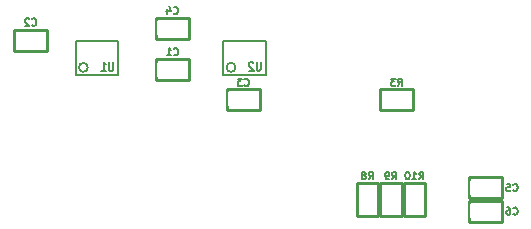
<source format=gbo>
%FSLAX46Y46*%
G04 Gerber Fmt 4.6, Leading zero omitted, Abs format (unit mm)*
G04 Created by KiCad (PCBNEW (2014-09-02 BZR 5112)-product) date 2015-04-11 10:31:41 PM*
%MOMM*%
G01*
G04 APERTURE LIST*
%ADD10C,0.100000*%
%ADD11C,0.254000*%
%ADD12C,0.200000*%
%ADD13C,0.152400*%
%ADD14C,0.158750*%
%ADD15R,1.574800X2.286000*%
%ADD16O,1.574800X2.286000*%
%ADD17R,0.812800X1.143000*%
%ADD18R,1.143000X0.812800*%
%ADD19R,1.300480X0.299720*%
%ADD20O,2.800000X3.500000*%
%ADD21C,1.750000*%
%ADD22O,3.500000X5.000000*%
%ADD23O,2.000000X3.500000*%
%ADD24O,3.500000X3.500000*%
G04 APERTURE END LIST*
D10*
D11*
X108100000Y-43100000D02*
X110900000Y-43100000D01*
X110900000Y-43100000D02*
X110900000Y-44900000D01*
X110900000Y-44900000D02*
X108100000Y-44900000D01*
X108100000Y-44900000D02*
X108100000Y-43100000D01*
X96100000Y-40600000D02*
X98900000Y-40600000D01*
X98900000Y-40600000D02*
X98900000Y-42400000D01*
X98900000Y-42400000D02*
X96100000Y-42400000D01*
X96100000Y-42400000D02*
X96100000Y-40600000D01*
X116900000Y-47400000D02*
X114100000Y-47400000D01*
X114100000Y-47400000D02*
X114100000Y-45600000D01*
X114100000Y-45600000D02*
X116900000Y-45600000D01*
X116900000Y-45600000D02*
X116900000Y-47400000D01*
X108100000Y-39600000D02*
X110900000Y-39600000D01*
X110900000Y-39600000D02*
X110900000Y-41400000D01*
X110900000Y-41400000D02*
X108100000Y-41400000D01*
X108100000Y-41400000D02*
X108100000Y-39600000D01*
X129900000Y-47400000D02*
X127100000Y-47400000D01*
X127100000Y-47400000D02*
X127100000Y-45600000D01*
X127100000Y-45600000D02*
X129900000Y-45600000D01*
X129900000Y-45600000D02*
X129900000Y-47400000D01*
X125100000Y-56400000D02*
X125100000Y-53600000D01*
X125100000Y-53600000D02*
X126900000Y-53600000D01*
X126900000Y-53600000D02*
X126900000Y-56400000D01*
X126900000Y-56400000D02*
X125100000Y-56400000D01*
X127100000Y-56400000D02*
X127100000Y-53600000D01*
X127100000Y-53600000D02*
X128900000Y-53600000D01*
X128900000Y-53600000D02*
X128900000Y-56400000D01*
X128900000Y-56400000D02*
X127100000Y-56400000D01*
X129100000Y-56400000D02*
X129100000Y-53600000D01*
X129100000Y-53600000D02*
X130900000Y-53600000D01*
X130900000Y-53600000D02*
X130900000Y-56400000D01*
X130900000Y-56400000D02*
X129100000Y-56400000D01*
D12*
X117400000Y-44430000D02*
X117400000Y-41570000D01*
X117400000Y-41570000D02*
X113800000Y-41570000D01*
X113800000Y-41570000D02*
X113800000Y-44430000D01*
X113822000Y-44438000D02*
X117378000Y-44438000D01*
X114838000Y-43803000D02*
G75*
G03X114838000Y-43803000I-381000J0D01*
G74*
G01*
D11*
X137400000Y-54900000D02*
X134600000Y-54900000D01*
X134600000Y-54900000D02*
X134600000Y-53100000D01*
X134600000Y-53100000D02*
X137400000Y-53100000D01*
X137400000Y-53100000D02*
X137400000Y-54900000D01*
X134600000Y-55100000D02*
X137400000Y-55100000D01*
X137400000Y-55100000D02*
X137400000Y-56900000D01*
X137400000Y-56900000D02*
X134600000Y-56900000D01*
X134600000Y-56900000D02*
X134600000Y-55100000D01*
D12*
X104900000Y-44430000D02*
X104900000Y-41570000D01*
X104900000Y-41570000D02*
X101300000Y-41570000D01*
X101300000Y-41570000D02*
X101300000Y-44430000D01*
X101322000Y-44438000D02*
X104878000Y-44438000D01*
X102338000Y-43803000D02*
G75*
G03X102338000Y-43803000I-381000J0D01*
G74*
G01*
D13*
X109601599Y-42717714D02*
X109630628Y-42746743D01*
X109717714Y-42775771D01*
X109775771Y-42775771D01*
X109862856Y-42746743D01*
X109920914Y-42688686D01*
X109949942Y-42630629D01*
X109978971Y-42514514D01*
X109978971Y-42427429D01*
X109949942Y-42311314D01*
X109920914Y-42253257D01*
X109862856Y-42195200D01*
X109775771Y-42166171D01*
X109717714Y-42166171D01*
X109630628Y-42195200D01*
X109601599Y-42224229D01*
X109021028Y-42775771D02*
X109369371Y-42775771D01*
X109195199Y-42775771D02*
X109195199Y-42166171D01*
X109253256Y-42253257D01*
X109311314Y-42311314D01*
X109369371Y-42340343D01*
X97601599Y-40217714D02*
X97630628Y-40246743D01*
X97717714Y-40275771D01*
X97775771Y-40275771D01*
X97862856Y-40246743D01*
X97920914Y-40188686D01*
X97949942Y-40130629D01*
X97978971Y-40014514D01*
X97978971Y-39927429D01*
X97949942Y-39811314D01*
X97920914Y-39753257D01*
X97862856Y-39695200D01*
X97775771Y-39666171D01*
X97717714Y-39666171D01*
X97630628Y-39695200D01*
X97601599Y-39724229D01*
X97369371Y-39724229D02*
X97340342Y-39695200D01*
X97282285Y-39666171D01*
X97137142Y-39666171D01*
X97079085Y-39695200D01*
X97050056Y-39724229D01*
X97021028Y-39782286D01*
X97021028Y-39840343D01*
X97050056Y-39927429D01*
X97398399Y-40275771D01*
X97021028Y-40275771D01*
X115601599Y-45317714D02*
X115630628Y-45346743D01*
X115717714Y-45375771D01*
X115775771Y-45375771D01*
X115862856Y-45346743D01*
X115920914Y-45288686D01*
X115949942Y-45230629D01*
X115978971Y-45114514D01*
X115978971Y-45027429D01*
X115949942Y-44911314D01*
X115920914Y-44853257D01*
X115862856Y-44795200D01*
X115775771Y-44766171D01*
X115717714Y-44766171D01*
X115630628Y-44795200D01*
X115601599Y-44824229D01*
X115398399Y-44766171D02*
X115021028Y-44766171D01*
X115224228Y-44998400D01*
X115137142Y-44998400D01*
X115079085Y-45027429D01*
X115050056Y-45056457D01*
X115021028Y-45114514D01*
X115021028Y-45259657D01*
X115050056Y-45317714D01*
X115079085Y-45346743D01*
X115137142Y-45375771D01*
X115311314Y-45375771D01*
X115369371Y-45346743D01*
X115398399Y-45317714D01*
X109601599Y-39217714D02*
X109630628Y-39246743D01*
X109717714Y-39275771D01*
X109775771Y-39275771D01*
X109862856Y-39246743D01*
X109920914Y-39188686D01*
X109949942Y-39130629D01*
X109978971Y-39014514D01*
X109978971Y-38927429D01*
X109949942Y-38811314D01*
X109920914Y-38753257D01*
X109862856Y-38695200D01*
X109775771Y-38666171D01*
X109717714Y-38666171D01*
X109630628Y-38695200D01*
X109601599Y-38724229D01*
X109079085Y-38869371D02*
X109079085Y-39275771D01*
X109224228Y-38637143D02*
X109369371Y-39072571D01*
X108991999Y-39072571D01*
X128601599Y-45375771D02*
X128804799Y-45085486D01*
X128949942Y-45375771D02*
X128949942Y-44766171D01*
X128717714Y-44766171D01*
X128659656Y-44795200D01*
X128630628Y-44824229D01*
X128601599Y-44882286D01*
X128601599Y-44969371D01*
X128630628Y-45027429D01*
X128659656Y-45056457D01*
X128717714Y-45085486D01*
X128949942Y-45085486D01*
X128398399Y-44766171D02*
X128021028Y-44766171D01*
X128224228Y-44998400D01*
X128137142Y-44998400D01*
X128079085Y-45027429D01*
X128050056Y-45056457D01*
X128021028Y-45114514D01*
X128021028Y-45259657D01*
X128050056Y-45317714D01*
X128079085Y-45346743D01*
X128137142Y-45375771D01*
X128311314Y-45375771D01*
X128369371Y-45346743D01*
X128398399Y-45317714D01*
X126101599Y-53275771D02*
X126304799Y-52985486D01*
X126449942Y-53275771D02*
X126449942Y-52666171D01*
X126217714Y-52666171D01*
X126159656Y-52695200D01*
X126130628Y-52724229D01*
X126101599Y-52782286D01*
X126101599Y-52869371D01*
X126130628Y-52927429D01*
X126159656Y-52956457D01*
X126217714Y-52985486D01*
X126449942Y-52985486D01*
X125753256Y-52927429D02*
X125811314Y-52898400D01*
X125840342Y-52869371D01*
X125869371Y-52811314D01*
X125869371Y-52782286D01*
X125840342Y-52724229D01*
X125811314Y-52695200D01*
X125753256Y-52666171D01*
X125637142Y-52666171D01*
X125579085Y-52695200D01*
X125550056Y-52724229D01*
X125521028Y-52782286D01*
X125521028Y-52811314D01*
X125550056Y-52869371D01*
X125579085Y-52898400D01*
X125637142Y-52927429D01*
X125753256Y-52927429D01*
X125811314Y-52956457D01*
X125840342Y-52985486D01*
X125869371Y-53043543D01*
X125869371Y-53159657D01*
X125840342Y-53217714D01*
X125811314Y-53246743D01*
X125753256Y-53275771D01*
X125637142Y-53275771D01*
X125579085Y-53246743D01*
X125550056Y-53217714D01*
X125521028Y-53159657D01*
X125521028Y-53043543D01*
X125550056Y-52985486D01*
X125579085Y-52956457D01*
X125637142Y-52927429D01*
X128101599Y-53275771D02*
X128304799Y-52985486D01*
X128449942Y-53275771D02*
X128449942Y-52666171D01*
X128217714Y-52666171D01*
X128159656Y-52695200D01*
X128130628Y-52724229D01*
X128101599Y-52782286D01*
X128101599Y-52869371D01*
X128130628Y-52927429D01*
X128159656Y-52956457D01*
X128217714Y-52985486D01*
X128449942Y-52985486D01*
X127811314Y-53275771D02*
X127695199Y-53275771D01*
X127637142Y-53246743D01*
X127608114Y-53217714D01*
X127550056Y-53130629D01*
X127521028Y-53014514D01*
X127521028Y-52782286D01*
X127550056Y-52724229D01*
X127579085Y-52695200D01*
X127637142Y-52666171D01*
X127753256Y-52666171D01*
X127811314Y-52695200D01*
X127840342Y-52724229D01*
X127869371Y-52782286D01*
X127869371Y-52927429D01*
X127840342Y-52985486D01*
X127811314Y-53014514D01*
X127753256Y-53043543D01*
X127637142Y-53043543D01*
X127579085Y-53014514D01*
X127550056Y-52985486D01*
X127521028Y-52927429D01*
X130391885Y-53275771D02*
X130595085Y-52985486D01*
X130740228Y-53275771D02*
X130740228Y-52666171D01*
X130508000Y-52666171D01*
X130449942Y-52695200D01*
X130420914Y-52724229D01*
X130391885Y-52782286D01*
X130391885Y-52869371D01*
X130420914Y-52927429D01*
X130449942Y-52956457D01*
X130508000Y-52985486D01*
X130740228Y-52985486D01*
X129811314Y-53275771D02*
X130159657Y-53275771D01*
X129985485Y-53275771D02*
X129985485Y-52666171D01*
X130043542Y-52753257D01*
X130101600Y-52811314D01*
X130159657Y-52840343D01*
X129433943Y-52666171D02*
X129375886Y-52666171D01*
X129317829Y-52695200D01*
X129288800Y-52724229D01*
X129259771Y-52782286D01*
X129230743Y-52898400D01*
X129230743Y-53043543D01*
X129259771Y-53159657D01*
X129288800Y-53217714D01*
X129317829Y-53246743D01*
X129375886Y-53275771D01*
X129433943Y-53275771D01*
X129492000Y-53246743D01*
X129521029Y-53217714D01*
X129550057Y-53159657D01*
X129579086Y-53043543D01*
X129579086Y-52898400D01*
X129550057Y-52782286D01*
X129521029Y-52724229D01*
X129492000Y-52695200D01*
X129433943Y-52666171D01*
D14*
X116983810Y-43332714D02*
X116983810Y-43949571D01*
X116953571Y-44022143D01*
X116923333Y-44058429D01*
X116862857Y-44094714D01*
X116741905Y-44094714D01*
X116681429Y-44058429D01*
X116651190Y-44022143D01*
X116620952Y-43949571D01*
X116620952Y-43332714D01*
X116348810Y-43405286D02*
X116318572Y-43369000D01*
X116258095Y-43332714D01*
X116106905Y-43332714D01*
X116046429Y-43369000D01*
X116016191Y-43405286D01*
X115985952Y-43477857D01*
X115985952Y-43550429D01*
X116016191Y-43659286D01*
X116379048Y-44094714D01*
X115985952Y-44094714D01*
D13*
X138351599Y-54217714D02*
X138380628Y-54246743D01*
X138467714Y-54275771D01*
X138525771Y-54275771D01*
X138612856Y-54246743D01*
X138670914Y-54188686D01*
X138699942Y-54130629D01*
X138728971Y-54014514D01*
X138728971Y-53927429D01*
X138699942Y-53811314D01*
X138670914Y-53753257D01*
X138612856Y-53695200D01*
X138525771Y-53666171D01*
X138467714Y-53666171D01*
X138380628Y-53695200D01*
X138351599Y-53724229D01*
X137800056Y-53666171D02*
X138090342Y-53666171D01*
X138119371Y-53956457D01*
X138090342Y-53927429D01*
X138032285Y-53898400D01*
X137887142Y-53898400D01*
X137829085Y-53927429D01*
X137800056Y-53956457D01*
X137771028Y-54014514D01*
X137771028Y-54159657D01*
X137800056Y-54217714D01*
X137829085Y-54246743D01*
X137887142Y-54275771D01*
X138032285Y-54275771D01*
X138090342Y-54246743D01*
X138119371Y-54217714D01*
X138351599Y-56217714D02*
X138380628Y-56246743D01*
X138467714Y-56275771D01*
X138525771Y-56275771D01*
X138612856Y-56246743D01*
X138670914Y-56188686D01*
X138699942Y-56130629D01*
X138728971Y-56014514D01*
X138728971Y-55927429D01*
X138699942Y-55811314D01*
X138670914Y-55753257D01*
X138612856Y-55695200D01*
X138525771Y-55666171D01*
X138467714Y-55666171D01*
X138380628Y-55695200D01*
X138351599Y-55724229D01*
X137829085Y-55666171D02*
X137945199Y-55666171D01*
X138003256Y-55695200D01*
X138032285Y-55724229D01*
X138090342Y-55811314D01*
X138119371Y-55927429D01*
X138119371Y-56159657D01*
X138090342Y-56217714D01*
X138061314Y-56246743D01*
X138003256Y-56275771D01*
X137887142Y-56275771D01*
X137829085Y-56246743D01*
X137800056Y-56217714D01*
X137771028Y-56159657D01*
X137771028Y-56014514D01*
X137800056Y-55956457D01*
X137829085Y-55927429D01*
X137887142Y-55898400D01*
X138003256Y-55898400D01*
X138061314Y-55927429D01*
X138090342Y-55956457D01*
X138119371Y-56014514D01*
D14*
X104483810Y-43332714D02*
X104483810Y-43949571D01*
X104453571Y-44022143D01*
X104423333Y-44058429D01*
X104362857Y-44094714D01*
X104241905Y-44094714D01*
X104181429Y-44058429D01*
X104151190Y-44022143D01*
X104120952Y-43949571D01*
X104120952Y-43332714D01*
X103485952Y-44094714D02*
X103848810Y-44094714D01*
X103667381Y-44094714D02*
X103667381Y-43332714D01*
X103727857Y-43441571D01*
X103788333Y-43514143D01*
X103848810Y-43550429D01*
%LPC*%
D15*
X100330000Y-59690000D03*
D16*
X100330000Y-52070000D03*
X115570000Y-59690000D03*
X118110000Y-59690000D03*
X118110000Y-52070000D03*
X115570000Y-52070000D03*
D15*
X124380000Y-42810000D03*
D16*
X126920000Y-42810000D03*
X129460000Y-42810000D03*
X132000000Y-42810000D03*
X134540000Y-42810000D03*
X137080000Y-42810000D03*
X139620000Y-42810000D03*
X139620000Y-35190000D03*
X137080000Y-35190000D03*
X134540000Y-35190000D03*
X132000000Y-35190000D03*
X129460000Y-35190000D03*
X126920000Y-35190000D03*
X124380000Y-35190000D03*
D15*
X124380000Y-58810000D03*
D16*
X126920000Y-58810000D03*
X129460000Y-58810000D03*
X132000000Y-58810000D03*
X134540000Y-58810000D03*
X137080000Y-58810000D03*
X139620000Y-58810000D03*
X139620000Y-51190000D03*
X137080000Y-51190000D03*
X134540000Y-51190000D03*
X132000000Y-51190000D03*
X129460000Y-51190000D03*
X126920000Y-51190000D03*
X124380000Y-51190000D03*
D17*
X108649100Y-44000000D03*
X110350900Y-44000000D03*
X96649100Y-41500000D03*
X98350900Y-41500000D03*
X116350900Y-46500000D03*
X114649100Y-46500000D03*
X108649100Y-40500000D03*
X110350900Y-40500000D03*
X129350900Y-46500000D03*
X127649100Y-46500000D03*
D18*
X126000000Y-55850900D03*
X126000000Y-54149100D03*
X128000000Y-55850900D03*
X128000000Y-54149100D03*
X130000000Y-55850900D03*
X130000000Y-54149100D03*
D19*
X112806000Y-43955400D03*
X112806000Y-43320400D03*
X112806000Y-42660000D03*
X112806000Y-42025000D03*
X118394000Y-42025000D03*
X118394000Y-42672700D03*
X118394000Y-43320400D03*
X118394000Y-43968100D03*
D20*
X101800000Y-39000000D03*
X92200000Y-39000000D03*
D21*
X99500000Y-46500000D03*
X97000000Y-46500000D03*
X94500000Y-46500000D03*
D20*
X114300000Y-39000000D03*
X104700000Y-39000000D03*
D21*
X112000000Y-46500000D03*
X109500000Y-46500000D03*
X107000000Y-46500000D03*
D20*
X126800000Y-39000000D03*
X117200000Y-39000000D03*
D21*
X124500000Y-46500000D03*
X122000000Y-46500000D03*
X119500000Y-46500000D03*
D20*
X139800000Y-39000000D03*
X130200000Y-39000000D03*
D21*
X137500000Y-46500000D03*
X135000000Y-46500000D03*
X132500000Y-46500000D03*
D17*
X136850900Y-54000000D03*
X135149100Y-54000000D03*
X135149100Y-56000000D03*
X136850900Y-56000000D03*
D19*
X100306000Y-43955400D03*
X100306000Y-43320400D03*
X100306000Y-42660000D03*
X100306000Y-42025000D03*
X105894000Y-42025000D03*
X105894000Y-42672700D03*
X105894000Y-43320400D03*
X105894000Y-43968100D03*
D22*
X92800000Y-56000000D03*
D23*
X102200000Y-56000000D03*
D24*
X97500000Y-51100000D03*
X97500000Y-59300000D03*
D22*
X104550000Y-56000000D03*
D23*
X113950000Y-56000000D03*
D24*
X109250000Y-51100000D03*
X109250000Y-59300000D03*
M02*

</source>
